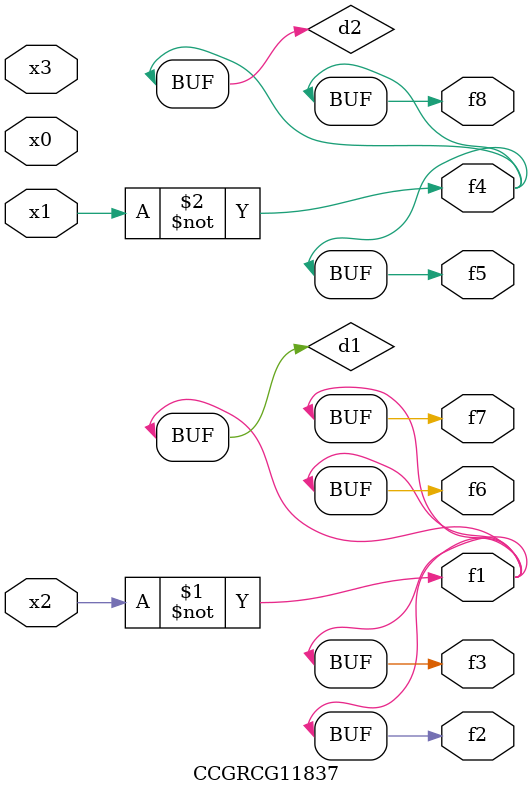
<source format=v>
module CCGRCG11837(
	input x0, x1, x2, x3,
	output f1, f2, f3, f4, f5, f6, f7, f8
);

	wire d1, d2;

	xnor (d1, x2);
	not (d2, x1);
	assign f1 = d1;
	assign f2 = d1;
	assign f3 = d1;
	assign f4 = d2;
	assign f5 = d2;
	assign f6 = d1;
	assign f7 = d1;
	assign f8 = d2;
endmodule

</source>
